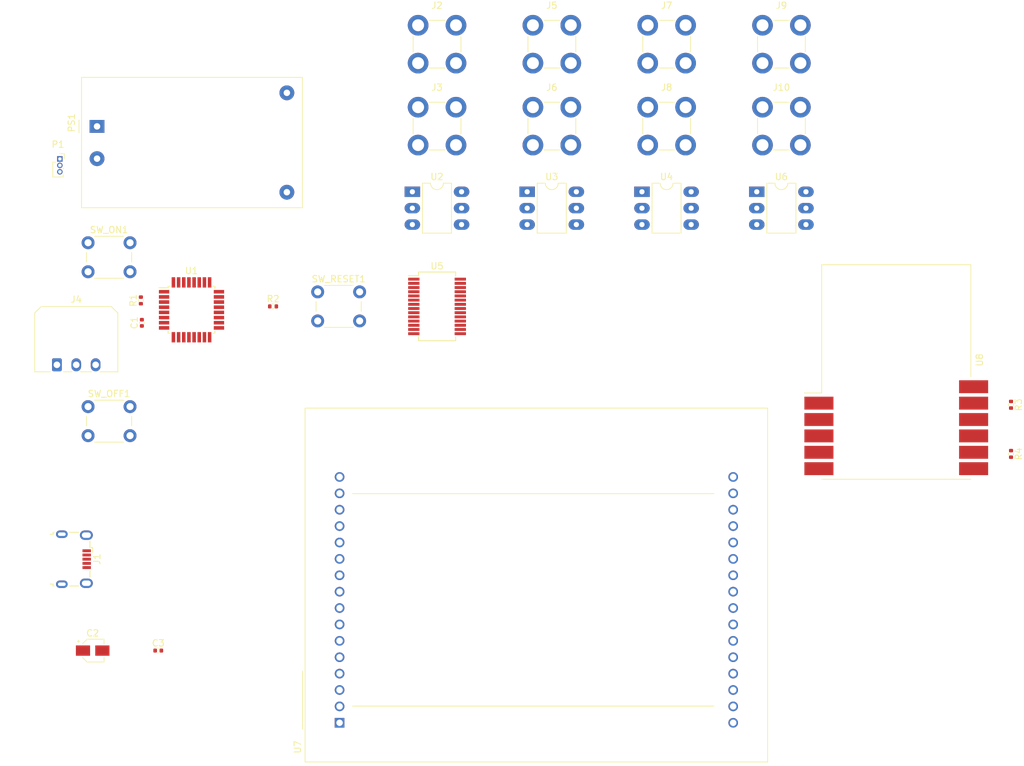
<source format=kicad_pcb>
(kicad_pcb (version 20211014) (generator pcbnew)
  (layers (0 "F.Cu" signal) (31 "B.Cu" power) (34 "B.Paste" user) (35 "F.Paste" user) (36 "B.SilkS" user "B.Silkscreen") (37 "F.SilkS" user "F.Silkscreen") (38 "B.Mask" user) (39 "F.Mask" user) (44 "Edge.Cuts" user))
  (net 0 "")
  (net 1 "Net-(C1-Pad1)")
  (net 2 "GND")
  (net 3 "Net-(C2-Pad1)")
  (net 4 "Net-(J1-Pad2)")
  (net 5 "Net-(J1-Pad3)")
  (net 7 "Net-(J5-Pad1)")
  (net 8 "Net-(J3-Pad1)")
  (net 9 "5VDC")
  (net 10 "Net-(J4-Pad2)")
  (net 11 "Net-(J6-Pad1)")
  (net 12 "Net-(J8-Pad1)")
  (net 13 "Net-(J10-Pad1)")
  (net 14 "Net-(P1-Pad1)")
  (net 15 "Net-(P1-Pad3)")
  (net 16 "Net-(R1-Pad2)")
  (net 17 "Net-(R2-Pad1)")
  (net 18 "3V3DC")
  (net 19 "Net-(SW_OFF1-Pad2)")
  (net 20 "Net-(SW_ON1-Pad2)")
  (net 27 "Net-(U5-Pad1)")
  (net 28 "Net-(U5-Pad5)")
  (net 29 "Net-(U2-Pad1)")
  (net 30 "Net-(U3-Pad1)")
  (net 31 "Net-(U4-Pad1)")
  (net 32 "Net-(U6-Pad1)")
  (net 33 "Net-(U7-Pad10)")
  (net 34 "Net-(U7-Pad11)")
  (net 35 "Net-(U8-Pad4)")
  (net 36 "Net-(U8-Pad5)")
  (footprint "Package_DIP:DIP-6_W7.62mm_LongPads" (layer "F.Cu") (at 128.255 48.275)
    (fp_text reference "U3" (at 3.81 -2.33) (layer "F.SilkS"))
    (fp_text value "MOC3010M")
    (fp_line (start 1.56 -1.33) (end 1.56 6.41) (layer "F.SilkS") (width 0.12))
    (fp_line (start 6.06 -1.33) (end 4.81 -1.33) (layer "F.SilkS") (width 0.12))
    (fp_line (start 6.06 6.41) (end 6.06 -1.33) (layer "F.SilkS") (width 0.12))
    (fp_line (start 2.81 -1.33) (end 1.56 -1.33) (layer "F.SilkS") (width 0.12))
    (fp_line (start 1.56 6.41) (end 6.06 6.41) (layer "F.SilkS") (width 0.12))
    (fp_arc (start 4.81 -1.33) (mid 3.81 -0.33) (end 2.81 -1.33) (layer "F.SilkS") (width 0.12))
    (pad "1" thru_hole rect (at 0 0) (size 2.4 1.6) (drill 0.8) (layers *.Cu *.Mask) (net 30 "Net-(U3-Pad1)"))
    (pad "2" thru_hole oval (at 0 2.54) (size 2.4 1.6) (drill 0.8) (layers *.Cu *.Mask) (net 2 "GND"))
    (pad "3" thru_hole oval (at 0 5.08) (size 2.4 1.6) (drill 0.8) (layers *.Cu *.Mask))
    (pad "4" thru_hole oval (at 7.62 5.08) (size 2.4 1.6) (drill 0.8) (layers *.Cu *.Mask) (net 14 "Net-(P1-Pad1)"))
    (pad "5" thru_hole oval (at 7.62 2.54) (size 2.4 1.6) (drill 0.8) (layers *.Cu *.Mask))
    (pad "6" thru_hole oval (at 7.62 0) (size 2.4 1.6) (drill 0.8) (layers *.Cu *.Mask) (net 11 "Net-(J6-Pad1)"))
  )
  (footprint "TerminalBlock_Wuerth:Wuerth_REDCUBE-THR_WP-THRBU_74650073_THR" (layer "F.Cu") (at 149.86 38.1)
    (fp_text reference "J8" (at 0 -6) (layer "F.SilkS"))
    (fp_text value "Screw_Terminal_01x01")
    (fp_line (start 1.2 3.7) (end -1.2 3.7) (layer "F.SilkS") (width 0.12))
    (fp_line (start -3.7 1.2) (end -3.7 -1.2) (layer "F.SilkS") (width 0.12))
    (fp_line (start -1.2 -3.7) (end 1.2 -3.7) (layer "F.SilkS") (width 0.12))
    (fp_line (start 3.7 -1.2) (end 3.7 1.2) (layer "F.SilkS") (width 0.12))
    (pad "" np_thru_hole circle (at 0 0) (size 3.2 3.2) (drill 3.2) (layers *.Cu *.Mask))
    (pad "1" thru_hole circle (at -2.935 2.935) (size 3.2 3.2) (drill 1.85) (layers *.Cu *.Mask) (net 12 "Net-(J8-Pad1)"))
    (pad "1" thru_hole circle (at -2.935 -2.935) (size 3.2 3.2) (drill 1.85) (layers *.Cu *.Mask) (net 12 "Net-(J8-Pad1)"))
    (pad "1" thru_hole circle (at 2.935 -2.935) (size 3.2 3.2) (drill 1.85) (layers *.Cu *.Mask) (net 12 "Net-(J8-Pad1)"))
    (pad "1" thru_hole circle (at 2.935 2.935) (size 3.2 3.2) (drill 1.85) (layers *.Cu *.Mask) (net 12 "Net-(J8-Pad1)"))
  )
  (footprint "Button_Switch_THT:SW_PUSH_6mm_H4.3mm" (layer "F.Cu") (at 60.25 56.17)
    (fp_text reference "SW_ON1" (at 3.25 -2) (layer "F.SilkS"))
    (fp_text value "SW_Push")
    (fp_line (start -0.25 1.5) (end -0.25 3) (layer "F.SilkS") (width 0.12))
    (fp_line (start 6.75 3) (end 6.75 1.5) (layer "F.SilkS") (width 0.12))
    (fp_line (start 1 5.5) (end 5.5 5.5) (layer "F.SilkS") (width 0.12))
    (fp_line (start 5.5 -1) (end 1 -1) (layer "F.SilkS") (width 0.12))
    (pad "1" thru_hole circle (at 0 0 90) (size 2 2) (drill 1.1) (layers *.Cu *.Mask) (net 9 "5VDC"))
    (pad "1" thru_hole circle (at 6.5 0 90) (size 2 2) (drill 1.1) (layers *.Cu *.Mask) (net 9 "5VDC"))
    (pad "2" thru_hole circle (at 0 4.5 90) (size 2 2) (drill 1.1) (layers *.Cu *.Mask) (net 20 "Net-(SW_ON1-Pad2)"))
    (pad "2" thru_hole circle (at 6.5 4.5 90) (size 2 2) (drill 1.1) (layers *.Cu *.Mask) (net 20 "Net-(SW_ON1-Pad2)"))
  )
  (footprint "Connector_USB:USB_Micro-B_Wuerth_629105150521" (layer "F.Cu") (at 58.135 105.215 -90)
    (fp_text reference "J1" (at 0 -3.5 90) (layer "F.SilkS"))
    (fp_text value "USB_B_Micro")
    (fp_line (start -1.8 -2.4) (end -2.8 -2.4) (layer "F.SilkS") (width 0.15))
    (fp_line (start -4.15 3.3) (end -3.85 3.3) (layer "F.SilkS") (width 0.15))
    (fp_line (start 1.8 -2.4) (end 2.8 -2.4) (layer "F.SilkS") (width 0.15))
    (fp_line (start -1.8 -2.825) (end -1.8 -2.4) (layer "F.SilkS") (width 0.15))
    (fp_line (start -3.85 3.3) (end -3.85 3.75) (layer "F.SilkS") (width 0.15))
    (fp_line (start 4.15 0.75) (end 4.15 -0.65) (layer "F.SilkS") (width 0.15))
    (fp_line (start -4.15 3.15) (end -4.15 3.3) (layer "F.SilkS") (width 0.15))
    (fp_line (start 4.15 3.3) (end 4.15 3.15) (layer "F.SilkS") (width 0.15))
    (fp_line (start 3.85 3.75) (end 3.85 3.3) (layer "F.SilkS") (width 0.15))
    (fp_line (start -4.15 -0.65) (end -4.15 0.75) (layer "F.SilkS") (width 0.15))
    (fp_line (start -1.075 -2.825) (end -1.8 -2.825) (layer "F.SilkS") (width 0.15))
    (fp_line (start 3.85 3.3) (end 4.15 3.3) (layer "F.SilkS") (width 0.15))
    (pad "" np_thru_hole oval (at 2.5 -0.8 270) (size 0.8 0.8) (drill 0.8) (layers *.Cu *.Mask))
    (pad "" np_thru_hole oval (at -2.5 -0.8 270) (size 0.8 0.8) (drill 0.8) (layers *.Cu *.Mask))
    (pad "1" smd rect (at -1.3 -1.9 270) (size 0.45 1.3) (layers "F.Cu" "F.Paste" "F.Mask") (net 3 "Net-(C2-Pad1)"))
    (pad "2" smd rect (at -0.65 -1.9 270) (size 0.45 1.3) (layers "F.Cu" "F.Paste" "F.Mask") (net 4 "Net-(J1-Pad2)"))
    (pad "3" smd rect (at 0 -1.9 270) (size 0.45 1.3) (layers "F.Cu" "F.Paste" "F.Mask") (net 5 "Net-(J1-Pad3)"))
    (pad "4" smd rect (at 0.65 -1.9 270) (size 0.45 1.3) (layers "F.Cu" "F.Paste" "F.Mask"))
    (pad "5" smd rect (at 1.3 -1.9 270) (size 0.45 1.3) (layers "F.Cu" "F.Paste" "F.Mask") (net 2 "GND"))
    (pad "6" thru_hole oval (at -3.875 1.95 270) (size 1.15 1.8) (drill oval 0.55 1.2) (layers *.Cu *.Mask) (net 2 "GND"))
    (pad "6" thru_hole oval (at -3.725 -1.85 270) (size 1.45 2) (drill oval 0.85 1.4) (layers *.Cu *.Mask) (net 2 "GND"))
    (pad "6" thru_hole oval (at 3.725 -1.85 270) (size 1.45 2) (drill oval 0.85 1.4) (layers *.Cu *.Mask) (net 2 "GND"))
    (pad "6" thru_hole oval (at 3.875 1.95 270) (size 1.15 1.8) (drill oval 0.55 1.2) (layers *.Cu *.Mask) (net 2 "GND"))
  )
  (footprint "Button_Switch_THT:SW_PUSH_6mm_H4.3mm" (layer "F.Cu") (at 95.81 63.79)
    (fp_text reference "SW_RESET1" (at 3.25 -2) (layer "F.SilkS"))
    (fp_text value "SW_Push")
    (fp_line (start -0.25 1.5) (end -0.25 3) (layer "F.SilkS") (width 0.12))
    (fp_line (start 6.75 3) (end 6.75 1.5) (layer "F.SilkS") (width 0.12))
    (fp_line (start 1 5.5) (end 5.5 5.5) (layer "F.SilkS") (width 0.12))
    (fp_line (start 5.5 -1) (end 1 -1) (layer "F.SilkS") (width 0.12))
    (pad "1" thru_hole circle (at 0 0 90) (size 2 2) (drill 1.1) (layers *.Cu *.Mask) (net 17 "Net-(R2-Pad1)"))
    (pad "1" thru_hole circle (at 6.5 0 90) (size 2 2) (drill 1.1) (layers *.Cu *.Mask) (net 17 "Net-(R2-Pad1)"))
    (pad "2" thru_hole circle (at 6.5 4.5 90) (size 2 2) (drill 1.1) (layers *.Cu *.Mask) (net 2 "GND"))
    (pad "2" thru_hole circle (at 0 4.5 90) (size 2 2) (drill 1.1) (layers *.Cu *.Mask) (net 2 "GND"))
  )
  (footprint "Converter_ACDC:Converter_ACDC_HiLink_HLK-PMxx" (layer "F.Cu") (at 61.6375 38.14)
    (fp_text reference "PS1" (at -3.94 -0.55 90) (layer "F.SilkS"))
    (fp_text value "HLK-PM01")
    (fp_line (start 31.8 -7.6) (end -2.4 -7.6) (layer "F.SilkS") (width 0.12))
    (fp_line (start 31.8 12.6) (end 31.8 -7.6) (layer "F.SilkS") (width 0.12))
    (fp_line (start -2.4 -7.6) (end -2.4 12.6) (layer "F.SilkS") (width 0.12))
    (fp_line (start -2.4 12.6) (end 31.8 12.6) (layer "F.SilkS") (width 0.12))
    (fp_line (start -2.79 -1) (end -2.79 1.01) (layer "F.SilkS") (width 0.12))
    (pad "1" thru_hole rect (at 0 0) (size 2.3 2) (drill 1) (layers *.Cu *.Mask) (net 14 "Net-(P1-Pad1)"))
    (pad "2" thru_hole circle (at 0 5) (size 2.3 2.3) (drill 1) (layers *.Cu *.Mask) (net 7 "Net-(J5-Pad1)"))
    (pad "3" thru_hole circle (at 29.4 -5.2) (size 2.3 2.3) (drill 1) (layers *.Cu *.Mask) (net 15 "Net-(P1-Pad3)"))
    (pad "4" thru_hole circle (at 29.4 10.2) (size 2.3 2.3) (drill 1) (layers *.Cu *.Mask) (net 9 "5VDC"))
  )
  (footprint "Resistor_SMD:R_0402_1005Metric" (layer "F.Cu") (at 88.9 66.04)
    (fp_text reference "R2" (at 0 -1.17) (layer "F.SilkS"))
    (fp_text value "1k")
    (fp_line (start -0.153641 0.38) (end 0.153641 0.38) (layer "F.SilkS") (width 0.12))
    (fp_line (start -0.153641 -0.38) (end 0.153641 -0.38) (layer "F.SilkS") (width 0.12))
    (pad "1" smd roundrect (at -0.51 0) (size 0.54 0.64) (layers "F.Cu" "F.Paste" "F.Mask") (net 17 "Net-(R2-Pad1)"))
    (pad "2" smd roundrect (at 0.51 0) (size 0.54 0.64) (layers "F.Cu" "F.Paste" "F.Mask") (net 9 "5VDC"))
  )
  (footprint "Capacitor_SMD:C_0402_1005Metric" (layer "F.Cu") (at 71.12 119.38)
    (fp_text reference "C3" (at 0 -1.16) (layer "F.SilkS"))
    (fp_text value "0.1u")
    (fp_line (start -0.107836 -0.36) (end 0.107836 -0.36) (layer "F.SilkS") (width 0.12))
    (fp_line (start -0.107836 0.36) (end 0.107836 0.36) (layer "F.SilkS") (width 0.12))
    (pad "1" smd roundrect (at -0.48 0) (size 0.56 0.62) (layers "F.Cu" "F.Paste" "F.Mask") (net 3 "Net-(C2-Pad1)"))
    (pad "2" smd roundrect (at 0.48 0) (size 0.56 0.62) (layers "F.Cu" "F.Paste" "F.Mask") (net 2 "GND"))
  )
  (footprint "Capacitor_SMD:C_0402_1005Metric" (layer "F.Cu") (at 68.58 68.58 90)
    (fp_text reference "C1" (at 0 -1.16 90) (layer "F.SilkS"))
    (fp_text value "0.1u")
    (fp_line (start -0.107836 0.36) (end 0.107836 0.36) (layer "F.SilkS") (width 0.12))
    (fp_line (start -0.107836 -0.36) (end 0.107836 -0.36) (layer "F.SilkS") (width 0.12))
    (pad "1" smd roundrect (at -0.48 0 90) (size 0.56 0.62) (layers "F.Cu" "F.Paste" "F.Mask") (net 1 "Net-(C1-Pad1)"))
    (pad "2" smd roundrect (at 0.48 0 90) (size 0.56 0.62) (layers "F.Cu" "F.Paste" "F.Mask") (net 2 "GND"))
  )
  (footprint "Display:EA-eDIP128B-XXX" (layer "F.Cu") (at 99.2025 130.57 90)
    (fp_text reference "U7" (at -3.75 -6.5 90) (layer "F.SilkS"))
    (fp_text value "EA_eDIP128B-6LWTP")
    (fp_line (start -6.07 -5.34) (end 48.77 -5.34) (layer "F.SilkS") (width 0.12))
    (fp_line (start -6.07 66.3) (end -6.07 -5.34) (layer "F.SilkS") (width 0.12))
    (fp_line (start 2.58 58) (end 2.58 2) (layer "F.SilkS") (width 0.12))
    (fp_line (start -1 -5.72) (end 8 -5.72) (layer "F.SilkS") (width 0.12))
    (fp_line (start 48.77 -5.34) (end 48.77 66.3) (layer "F.SilkS") (width 0.12))
    (fp_line (start 48.77 66.3) (end -6.07 66.3) (layer "F.SilkS") (width 0.12))
    (fp_line (start 35.52 2) (end 35.52 58) (layer "F.SilkS") (width 0.12))
    (pad "1" thru_hole rect (at 0 0 90) (size 1.5 1.5) (drill 1) (layers *.Cu *.Mask) (net 2 "GND"))
    (pad "2" thru_hole circle (at 2.54 0 90) (size 1.5 1.5) (drill 1) (layers *.Cu *.Mask) (net 9 "5VDC"))
    (pad "3" thru_hole circle (at 5.08 0 90) (size 1.5 1.5) (drill 1) (layers *.Cu *.Mask))
    (pad "4" thru_hole circle (at 7.62 0 90) (size 1.5 1.5) (drill 1) (layers *.Cu *.Mask))
    (pad "5" thru_hole circle (at 10.16 0 90) (size 1.5 1.5) (drill 1) (layers *.Cu *.Mask) (net 17 "Net-(R2-Pad1)"))
    (pad "6" thru_hole circle (at 12.7 0 90) (size 1.5 1.5) (drill 1) (layers *.Cu *.Mask))
    (pad "7" thru_hole circle (at 15.24 0 90) (size 1.5 1.5) (drill 1) (layers *.Cu *.Mask))
    (pad "8" thru_hole circle (at 17.78 0 90) (size 1.5 1.5) (drill 1) (layers *.Cu *.Mask))
    (pad "9" thru_hole circle (at 20.32 0 90) (size 1.5 1.5) (drill 1) (layers *.Cu *.Mask))
    (pad "10" thru_hole circle (at 22.86 0 90) (size 1.5 1.5) (drill 1) (layers *.Cu *.Mask) (net 33 "Net-(U7-Pad10)"))
    (pad "11" thru_hole circle (at 25.4 0 90) (size 1.5 1.5) (drill 1) (layers *.Cu *.Mask) (net 34 "Net-(U7-Pad11)"))
    (pad "12" thru_hole circle (at 27.94 0 90) (size 1.5 1.5) (drill 1) (layers *.Cu *.Mask))
    (pad "13" thru_hole circle (at 30.48 0 90) (size 1.5 1.5) (drill 1) (layers *.Cu *.Mask))
    (pad "14" thru_hole circle (at 33.02 0 90) (size 1.5 1.5) (drill 1) (layers *.Cu *.Mask))
    (pad "15" thru_hole circle (at 35.56 0 90) (size 1.5 1.5) (drill 1) (layers *.Cu *.Mask))
    (pad "16" thru_hole circle (at 38.1 0 90) (size 1.5 1.5) (drill 1) (layers *.Cu *.Mask))
    (pad "17" thru_hole circle (at 38.1 60.96 90) (size 1.5 1.5) (drill 1) (layers *.Cu *.Mask))
    (pad "18" thru_hole circle (at 35.56 60.96 90) (size 1.5 1.5) (drill 1) (layers *.Cu *.Mask))
    (pad "19" thru_hole circle (at 33.02 60.96 90) (size 1.5 1.5) (drill 1) (layers *.Cu *.Mask))
    (pad "20" thru_hole circle (at 30.48 60.96 90) (size 1.5 1.5) (drill 1) (layers *.Cu *.Mask))
    (pad "21" thru_hole circle (at 27.94 60.96 90) (size 1.5 1.5) (drill 1) (layers *.Cu *.Mask) (net 2 "GND"))
    (pad "22" thru_hole circle (at 25.4 60.96 90) (size 1.5 1.5) (drill 1) (layers *.Cu *.Mask) (net 9 "5VDC"))
    (pad "23" thru_hole circle (at 22.86 60.96 90) (size 1.5 1.5) (drill 1) (layers *.Cu *.Mask))
    (pad "24" thru_hole circle (at 20.32 60.96 90) (size 1.5 1.5) (drill 1) (layers *.Cu *.Mask))
    (pad "25" thru_hole circle (at 17.78 60.96 90) (size 1.5 1.5) (drill 1) (layers *.Cu *.Mask))
    (pad "26" thru_hole circle (at 15.24 60.96 90) (size 1.5 1.5) (drill 1) (layers *.Cu *.Mask))
    (pad "27" thru_hole circle (at 12.7 60.96 90) (size 1.5 1.5) (drill 1) (layers *.Cu *.Mask))
    (pad "28" thru_hole circle (at 10.16 60.96 90) (size 1.5 1.5) (drill 1) (layers *.Cu *.Mask))
    (pad "29" thru_hole circle (at 7.62 60.96 90) (size 1.5 1.5) (drill 1) (layers *.Cu *.Mask))
    (pad "30" thru_hole circle (at 5.08 60.96 90) (size 1.5 1.5) (drill 1) (layers *.Cu *.Mask))
    (pad "31" thru_hole circle (at 2.54 60.96 90) (size 1.5 1.5) (drill 1) (layers *.Cu *.Mask))
    (pad "32" thru_hole circle (at 0 60.96 90) (size 1.5 1.5) (drill 1) (layers *.Cu *.Mask))
  )
  (footprint "Package_DIP:DIP-6_W7.62mm_LongPads" (layer "F.Cu") (at 110.475 48.275)
    (fp_text reference "U2" (at 3.81 -2.33) (layer "F.SilkS"))
    (fp_text value "MOC3010M")
    (fp_line (start 2.81 -1.33) (end 1.56 -1.33) (layer "F.SilkS") (width 0.12))
    (fp_line (start 1.56 -1.33) (end 1.56 6.41) (layer "F.SilkS") (width 0.12))
    (fp_line (start 1.56 6.41) (end 6.06 6.41) (layer "F.SilkS") (width 0.12))
    (fp_line (start 6.06 -1.33) (end 4.81 -1.33) (layer "F.SilkS") (width 0.12))
    (fp_line (start 6.06 6.41) (end 6.06 -1.33) (layer "F.SilkS") (width 0.12))
    (fp_arc (start 4.81 -1.33) (mid 3.81 -0.33) (end 2.81 -1.33) (layer "F.SilkS") (width 0.12))
    (pad "1" thru_hole rect (at 0 0) (size 2.4 1.6) (drill 0.8) (layers *.Cu *.Mask) (net 29 "Net-(U2-Pad1)"))
    (pad "2" thru_hole oval (at 0 2.54) (size 2.4 1.6) (drill 0.8) (layers *.Cu *.Mask) (net 2 "GND"))
    (pad "3" thru_hole oval (at 0 5.08) (size 2.4 1.6) (drill 0.8) (layers *.Cu *.Mask))
    (pad "4" thru_hole oval (at 7.62 5.08) (size 2.4 1.6) (drill 0.8) (layers *.Cu *.Mask) (net 14 "Net-(P1-Pad1)"))
    (pad "5" thru_hole oval (at 7.62 2.54) (size 2.4 1.6) (drill 0.8) (layers *.Cu *.Mask))
    (pad "6" thru_hole oval (at 7.62 0) (size 2.4 1.6) (drill 0.8) (layers *.Cu *.Mask) (net 8 "Net-(J3-Pad1)"))
  )
  (footprint "Package_DIP:DIP-6_W7.62mm_LongPads" (layer "F.Cu") (at 146.035 48.275)
    (fp_text reference "U4" (at 3.81 -2.33) (layer "F.SilkS"))
    (fp_text value "MOC3010M")
    (fp_line (start 6.06 -1.33) (end 4.81 -1.33) (layer "F.SilkS") (width 0.12))
    (fp_line (start 1.56 6.41) (end 6.06 6.41) (layer "F.SilkS") (width 0.12))
    (fp_line (start 2.81 -1.33) (end 1.56 -1.33) (layer "F.SilkS") (width 0.12))
    (fp_line (start 6.06 6.41) (end 6.06 -1.33) (layer "F.SilkS") (width 0.12))
    (fp_line (start 1.56 -1.33) (end 1.56 6.41) (layer "F.SilkS") (width 0.12))
    (fp_arc (start 4.81 -1.33) (mid 3.81 -0.33) (end 2.81 -1.33) (layer "F.SilkS") (width 0.12))
    (pad "1" thru_hole rect (at 0 0) (size 2.4 1.6) (drill 0.8) (layers *.Cu *.Mask) (net 31 "Net-(U4-Pad1)"))
    (pad "2" thru_hole oval (at 0 2.54) (size 2.4 1.6) (drill 0.8) (layers *.Cu *.Mask) (net 2 "GND"))
    (pad "3" thru_hole oval (at 0 5.08) (size 2.4 1.6) (drill 0.8) (layers *.Cu *.Mask))
    (pad "4" thru_hole oval (at 7.62 5.08) (size 2.4 1.6) (drill 0.8) (layers *.Cu *.Mask) (net 14 "Net-(P1-Pad1)"))
    (pad "5" thru_hole oval (at 7.62 2.54) (size 2.4 1.6) (drill 0.8) (layers *.Cu *.Mask))
    (pad "6" thru_hole oval (at 7.62 0) (size 2.4 1.6) (drill 0.8) (layers *.Cu *.Mask) (net 12 "Net-(J8-Pad1)"))
  )
  (footprint "Package_SO:SSOP-28_5.3x10.2mm_P0.65mm" (layer "F.Cu") (at 114.3 66.04)
    (fp_text reference "U5" (at 0 -6.25) (layer "F.SilkS"))
    (fp_text value "FT232RL")
    (fp_line (start -2.875 -5.325) (end -2.875 -4.75) (layer "F.SilkS") (width 0.15))
    (fp_line (start -2.875 -4.75) (end -4.475 -4.75) (layer "F.SilkS") (width 0.15))
    (fp_line (start -2.875 5.325) (end 2.875 5.325) (layer "F.SilkS") (width 0.15))
    (fp_line (start 2.875 5.325) (end 2.875 4.675) (layer "F.SilkS") (width 0.15))
    (fp_line (start -2.875 5.325) (end -2.875 4.675) (layer "F.SilkS") (width 0.15))
    (fp_line (start -2.875 -5.325) (end 2.875 -5.325) (layer "F.SilkS") (width 0.15))
    (fp_line (start 2.875 -5.325) (end 2.875 -4.675) (layer "F.SilkS") (width 0.15))
    (pad "1" smd rect (at -3.6 -4.225) (size 1.75 0.45) (layers "F.Cu" "F.Paste" "F.Mask") (net 27 "Net-(U5-Pad1)"))
    (pad "2" smd rect (at -3.6 -3.575) (size 1.75 0.45) (layers "F.Cu" "F.Paste" "F.Mask"))
    (pad "3" smd rect (at -3.6 -2.925) (size 1.75 0.45) (layers "F.Cu" "F.Paste" "F.Mask"))
    (pad "4" smd rect (at -3.6 -2.275) (size 1.75 0.45) (layers "F.Cu" "F.Paste" "F.Mask") (net 9 "5VDC"))
    (pad "5" smd rect (at -3.6 -1.625) (size 1.75 0.45) (layers "F.Cu" "F.Paste" "F.Mask") (net 28 "Net-(U5-Pad5)"))
    (pad "6" smd rect (at -3.6 -0.975) (size 1.75 0.45) (layers "F.Cu" "F.Paste" "F.Mask"))
    (pad "7" smd rect (at -3.6 -0.325) (size 1.75 0.45) (layers "F.Cu" "F.Paste" "F.Mask") (net 2 "GND"))
    (pad "8" smd rect (at -3.6 0.325) (size 1.75 0.45) (layers "F.Cu" "F.Paste" "F.Mask"))
    (pad "9" smd rect (at -3.6 0.975) (size 1.75 0.45) (layers "F.Cu" "F.Paste" "F.Mask"))
    (pad "10" smd rect (at -3.6 1.625) (size 1.75 0.45) (layers "F.Cu" "F.Paste" "F.Mask"))
    (pad "11" smd rect (at -3.6 2.275) (size 1.75 0.45) (layers "F.Cu" "F.Paste" "F.Mask"))
    (pad "12" smd rect (at -3.6 2.925) (size 1.75 0.45) (layers "F.Cu" "F.Paste" "F.Mask"))
    (pad "13" smd rect (at -3.6 3.575) (size 1.75 0.45) (layers "F.Cu" "F.Paste" "F.Mask"))
    (pad "14" smd rect (at -3.6 4.225) (size 1.75 0.45) (layers "F.Cu" "F.Paste" "F.Mask"))
    (pad "15" smd rect (at 3.6 4.225) (size 1.75 0.45) (layers "F.Cu" "F.Paste" "F.Mask") (net 5 "Net-(J1-Pad3)"))
    (pad "16" smd rect (at 3.6 3.575) (size 1.75 0.45) (layers "F.Cu" "F.Paste" "F.Mask") (net 4 "Net-(J1-Pad2)"))
    (pad "17" smd rect (at 3.6 2.925) (size 1.75 0.45) (layers "F.Cu" "F.Paste" "F.Mask"))
    (pad "18" smd rect (at 3.6 2.275) (size 1.75 0.45) (layers "F.Cu" "F.Paste" "F.Mask") (net 2 "GND"))
    (pad "19" smd rect (at 3.6 1.625) (size 1.75 0.45) (layers "F.Cu" "F.Paste" "F.Mask") (net 17 "Net-(R2-Pad1)"))
    (pad "20" smd rect (at 3.6 0.975) (size 1.75 0.45) (layers "F.Cu" "F.Paste" "F.Mask") (net 9 "5VDC"))
    (pad "21" smd rect (at 3.6 0.325) (size 1.75 0.45) (layers "F.Cu" "F.Paste" "F.Mask") (net 2 "GND"))
    (pad "22" smd rect (at 3.6 -0.325) (size 1.75 0.45) (layers "F.Cu" "F.Paste" "F.Mask"))
    (pad "23" smd rect (at 3.6 -0.975) (size 1.75 0.45) (layers "F.Cu" "F.Paste" "F.Mask"))
    (pad "24" smd rect (at 3.6 -1.625) (size 1.75 0.45) (layers "F.Cu" "F.Paste" "F.Mask"))
    (pad "25" smd rect (at 3.6 -2.275) (size 1.75 0.45) (layers "F.Cu" "F.Paste" "F.Mask") (net 2 "GND"))
    (pad "26" smd rect (at 3.6 -2.925) (size 1.75 0.45) (layers "F.Cu" "F.Paste" "F.Mask"))
    (pad "27" smd rect (at 3.6 -3.575) (size 1.75 0.45) (layers "F.Cu" "F.Paste" "F.Mask"))
    (pad "28" smd rect (at 3.6 -4.225) (size 1.75 0.45) (layers "F.Cu" "F.Paste" "F.Mask"))
  )
  (footprint "TerminalBlock_Wuerth:Wuerth_REDCUBE-THR_WP-THRBU_74650073_THR" (layer "F.Cu") (at 114.3 38.1)
    (fp_text reference "J3" (at 0 -6) (layer "F.SilkS"))
    (fp_text value "Screw_Terminal_01x01")
    (fp_line (start -1.2 -3.7) (end 1.2 -3.7) (layer "F.SilkS") (width 0.12))
    (fp_line (start -3.7 1.2) (end -3.7 -1.2) (layer "F.SilkS") (width 0.12))
    (fp_line (start 3.7 -1.2) (end 3.7 1.2) (layer "F.SilkS") (width 0.12))
    (fp_line (start 1.2 3.7) (end -1.2 3.7) (layer "F.SilkS") (width 0.12))
    (pad "" np_thru_hole circle (at 0 0) (size 3.2 3.2) (drill 3.2) (layers *.Cu *.Mask))
    (pad "1" thru_hole circle (at -2.935 2.935) (size 3.2 3.2) (drill 1.85) (layers *.Cu *.Mask) (net 8 "Net-(J3-Pad1)"))
    (pad "1" thru_hole circle (at 2.935 2.935) (size 3.2 3.2) (drill 1.85) (layers *.Cu *.Mask) (net 8 "Net-(J3-Pad1)"))
    (pad "1" thru_hole circle (at 2.935 -2.935) (size 3.2 3.2) (drill 1.85) (layers *.Cu *.Mask) (net 8 "Net-(J3-Pad1)"))
    (pad "1" thru_hole circle (at -2.935 -2.935) (size 3.2 3.2) (drill 1.85) (layers *.Cu *.Mask) (net 8 "Net-(J3-Pad1)"))
  )
  (footprint "Button_Switch_THT:SW_PUSH_6mm_H4.3mm" (layer "F.Cu") (at 60.25 81.57)
    (fp_text reference "SW_OFF1" (at 3.25 -2) (layer "F.SilkS"))
    (fp_text value "SW_Push")
    (fp_line (start -0.25 1.5) (end -0.25 3) (layer "F.SilkS") (width 0.12))
    (fp_line (start 6.75 3) (end 6.75 1.5) (layer "F.SilkS") (width 0.12))
    (fp_line (start 5.5 -1) (end 1 -1) (layer "F.SilkS") (width 0.12))
    (fp_line (start 1 5.5) (end 5.5 5.5) (layer "F.SilkS") (width 0.12))
    (pad "1" thru_hole circle (at 6.5 0 90) (size 2 2) (drill 1.1) (layers *.Cu *.Mask) (net 9 "5VDC"))
    (pad "1" thru_hole circle (at 0 0 90) (size 2 2) (drill 1.1) (layers *.Cu *.Mask) (net 9 "5VDC"))
    (pad "2" thru_hole circle (at 0 4.5 90) (size 2 2) (drill 1.1) (layers *.Cu *.Mask) (net 19 "Net-(SW_OFF1-Pad2)"))
    (pad "2" thru_hole circle (at 6.5 4.5 90) (size 2 2) (drill 1.1) (layers *.Cu *.Mask) (net 19 "Net-(SW_OFF1-Pad2)"))
  )
  (footprint "Connector_PinSocket_1.00mm:PinSocket_1x03_P1.00mm_Vertical" (layer "F.Cu") (at 55.88 43.18)
    (fp_text reference "P1" (at -0.29 -2.25) (layer "F.SilkS"))
    (fp_text value "IEC C13 Female socket")
    (fp_line (start 0.52 1.445898) (end 0.52 1.554102) (layer "F.SilkS") (width 0.12))
    (fp_line (start 0.52 2.445898) (end 0.52 2.81) (layer "F.SilkS") (width 0.12))
    (fp_line (start -1.1 0.5) (end -1.1 2.81) (layer "F.SilkS") (width 0.12))
    (fp_line (start -1.1 0.5) (end -0.685 0.5) (layer "F.SilkS") (width 0.12))
    (fp_line (start 0.685 -0.81) (end 0.685 0) (layer "F.SilkS") (width 0.12))
    (fp_line (start 0 -0.81) (end 0.685 -0.81) (layer "F.SilkS") (width 0.12))
    (fp_line (start -1.1 2.81) (end 0.52 2.81) (layer "F.SilkS") (width 0.12))
    (pad "1" thru_hole rect (at 0 0) (size 0.85 0.85) (drill 0.5) (layers *.Cu *.Mask) (net 14 "Net-(P1-Pad1)"))
    (pad "2" thru_hole oval (at 0 1) (size 0.85 0.85) (drill 0.5) (layers *.Cu *.Mask) (net 7 "Net-(J5-Pad1)"))
    (pad "3" thru_hole oval (at 0 2) (size 0.85 0.85) (drill 0.5) (layers *.Cu *.Mask) (net 15 "Net-(P1-Pad3)"))
  )
  (footprint "RF_Module:MOD-nRF8001" (layer "F.Cu") (at 185.42 76.2)
    (fp_text reference "U8" (at 12.9 -1.86 90) (layer "F.SilkS"))
    (fp_text value "MOD-nRF8001")
    (fp_line (start 11.55 -16.626) (end 11.55 0.72) (layer "F.SilkS") (width 0.12))
    (fp_line (start 11.55 16.634) (end -11.55 16.634) (layer "F.SilkS") (width 0.12))
    (fp_line (start -11.55 3.26) (end -11.55 -16.626) (layer "F.SilkS") (width 0.12))
    (fp_line (start -11.55 3.26) (end -14.23 3.26) (layer "F.SilkS") (width 0.12))
    (fp_line (start -11.55 -16.626) (end 11.55 -16.626) (layer "F.SilkS") (width 0.12))
    (pad "1" smd rect (at -11.98 4.83 270) (size 2 4.5) (layers "F.Cu" "F.Paste" "F.Mask") (net 18 "3V3DC"))
    (pad "2" smd rect (at -11.98 7.37 270) (size 2 4.5) (layers "F.Cu" "F.Paste" "F.Mask") (net 2 "GND"))
    (pad "3" smd rect (at -11.98 9.91 270) (size 2 4.5) (layers "F.Cu" "F.Paste" "F.Mask") (net 17 "Net-(R2-Pad1)"))
    (pad "4" smd rect (at -11.98 12.45 270) (size 2 4.5) (layers "F.Cu" "F.Paste" "F.Mask") (net 35 "Net-(U8-Pad4)"))
    (pad "5" smd rect (at -11.98 14.99 270) (size 2 4.5) (layers "F.Cu" "F.Paste" "F.Mask") (net 36 "Net-(U8-Pad5)"))
    (pad "6" smd rect (at 11.98 14.99 270) (size 2 4.5) (layers "F.Cu" "F.Paste" "F.Mask"))
    (pad "7" smd rect (at 11.98 12.45 270) (size 2 4.5) (layers "F.Cu" "F.Paste" "F.Mask"))
    (pad "8" smd rect (at 11.98 9.91 270) (size 2 4.5) (layers "F.Cu" "F.Paste" "F.Mask"))
    (pad "9" smd rect (at 11.98 7.37 270) (size 2 4.5) (layers "F.Cu" "F.Paste" "F.Mask"))
    (pad "10" smd rect (at 11.98 4.83 270) (size 2 4.5) (layers "F.Cu" "F.Paste" "F.Mask"))
    (pad "11" smd rect (at 11.98 2.29 270) (size 2 4.5) (layers "F.Cu" "F.Paste" "F.Mask"))
  )
  (footprint "TerminalBlock_Wuerth:Wuerth_REDCUBE-THR_WP-THRBU_74650073_THR" (layer "F.Cu") (at 167.64 38.1)
    (fp_text reference "J10" (at 0 -6) (layer "F.SilkS"))
    (fp_text value "Screw_Terminal_01x01")
    (fp_line (start -1.2 -3.7) (end 1.2 -3.7) (layer "F.SilkS") (width 0.12))
    (fp_line (start 3.7 -1.2) (end 3.7 1.2) (layer "F.SilkS") (width 0.12))
    (fp_line (start -3.7 1.2) (end -3.7 -1.2) (layer "F.SilkS") (width 0.12))
    (fp_line (start 1.2 3.7) (end -1.2 3.7) (layer "F.SilkS") (width 0.12))
    (pad "" np_thru_hole circle (at 0 0) (size 3.2 3.2) (drill 3.2) (layers *.Cu *.Mask))
    (pad "1" thru_hole circle (at 2.935 2.935) (size 3.2 3.2) (drill 1.85) (layers *.Cu *.Mask) (net 13 "Net-(J10-Pad1)"))
    (pad "1" thru_hole circle (at 2.935 -2.935) (size 3.2 3.2) (drill 1.85) (layers *.Cu *.Mask) (net 13 "Net-(J10-Pad1)"))
    (pad "1" thru_hole circle (at -2.935 -2.935) (size 3.2 3.2) (drill 1.85) (layers *.Cu *.Mask) (net 13 "Net-(J10-Pad1)"))
    (pad "1" thru_hole circle (at -2.935 2.935) (size 3.2 3.2) (drill 1.85) (layers *.Cu *.Mask) (net 13 "Net-(J10-Pad1)"))
  )
  (footprint "TerminalBlock_Wuerth:Wuerth_REDCUBE-THR_WP-THRBU_74650073_THR" (layer "F.Cu") (at 149.86 25.4)
    (fp_text reference "J7" (at 0 -6) (layer "F.SilkS"))
    (fp_text value "electromagnet1")
    (fp_line (start 3.7 -1.2) (end 3.7 1.2) (layer "F.SilkS") (width 0.12))
    (fp_line (start -1.2 -3.7) (end 1.2 -3.7) (layer "F.SilkS") (width 0.12))
    (fp_line (start -3.7 1.2) (end -3.7 -1.2) (layer "F.SilkS") (width 0.12))
    (fp_line (start 1.2 3.7) (end -1.2 3.7) (layer "F.SilkS") (width 0.12))
    (pad "" np_thru_hole circle (at 0 0) (size 3.2 3.2) (drill 3.2) (layers *.Cu *.Mask))
    (pad "1" thru_hole circle (at 2.935 -2.935) (size 3.2 3.2) (drill 1.85) (layers *.Cu *.Mask) (net 7 "Net-(J5-Pad1)"))
    (pad "1" thru_hole circle (at 2.935 2.935) (size 3.2 3.2) (drill 1.85) (layers *.Cu *.Mask) (net 7 "Net-(J5-Pad1)"))
    (pad "1" thru_hole circle (at -2.935 -2.935) (size 3.2 3.2) (drill 1.85) (layers *.Cu *.Mask) (net 7 "Net-(J5-Pad1)"))
    (pad "1" thru_hole circle (at -2.935 2.935) (size 3.2 3.2) (drill 1.85) (layers *.Cu *.Mask) (net 7 "Net-(J5-Pad1)"))
  )
  (footprint "TerminalBlock_Wuerth:Wuerth_REDCUBE-THR_WP-THRBU_74650073_THR" (layer "F.Cu") (at 114.3 25.4)
    (fp_text reference "J2" (at 0 -6) (layer "F.SilkS"))
    (fp_text value "heater1")
    (fp_line (start 3.7 -1.2) (end 3.7 1.2) (layer "F.SilkS") (width 0.12))
    (fp_line (start -1.2 -3.7) (end 1.2 -3.7) (layer "F.SilkS") (width 0.12))
    (fp_line (start 1.2 3.7) (end -1.2 3.7) (layer "F.SilkS") (width 0.12))
    (fp_line (start -3.7 1.2) (end -3.7 -1.2) (layer "F.SilkS") (width 0.12))
    (pad "" np_thru_hole circle (at 0 0) (size 3.2 3.2) (drill 3.2) (layers *.Cu *.Mask))
    (pad "1" thru_hole circle (at -2.935 -2.935) (size 3.2 3.2) (drill 1.85) (layers *.Cu *.Mask) (net 7 "Net-(J5-Pad1)"))
    (pad "1" thru_hole circle (at 2.935 2.935) (size 3.2 3.2) (drill 1.85) (layers *.Cu *.Mask) (net 7 "Net-(J5-Pad1)"))
    (pad "1" thru_hole circle (at 2.935 -2.935) (size 3.2 3.2) (drill 1.85) (layers *.Cu *.Mask) (net 7 "Net-(J5-Pad1)"))
    (pad "1" thru_hole circle (at -2.935 2.935) (size 3.2 3.2) (drill 1.85) (layers *.Cu *.Mask) (net 7 "Net-(J5-Pad1)"))
  )
  (footprint "Capacitor_SMD:CP_Elec_3x5.3" (layer "F.Cu") (at 60.96 119.38)
    (fp_text reference "C2" (at 0 -2.7) (layer "F.SilkS"))
    (fp_text value "4.7u")
    (fp_line (start -0.870563 1.76) (end 1.76 1.76) (layer "F.SilkS") (width 0.12))
    (fp_line (start -1.570563 1.06) (end -0.870563 1.76) (layer "F.SilkS") (width 0.12))
    (fp_line (start -2.1875 -1.6225) (end -2.1875 -1.2475) (layer "F.SilkS") (width 0.12))
    (fp_line (start -2.375 -1.435) (end -2 -1.435) (layer "F.SilkS") (width 0.12))
    (fp_line (start 1.76 -1.76) (end 1.76 -1.06) (layer "F.SilkS") (width 0.12))
    (fp_line (start 1.76 1.76) (end 1.76 1.06) (layer "F.SilkS") (width 0.12))
    (fp_line (start -0.870563 -1.76) (end 1.76 -1.76) (layer "F.SilkS") (width 0.12))
    (fp_line (start -1.570563 -1.06) (end -0.870563 -1.76) (layer "F.SilkS") (width 0.12))
    (pad "1" smd rect (at -1.5 0) (size 2.2 1.6) (layers "F.Cu" "F.Paste" "F.Mask") (net 3 "Net-(C2-Pad1)"))
    (pad "2" smd rect (at 1.5 0) (size 2.2 1.6) (layers "F.Cu" "F.Paste" "F.Mask") (net 2 "GND"))
  )
  (footprint "TerminalBlock_Wuerth:Wuerth_REDCUBE-THR_WP-THRBU_74650073_THR" (layer "F.Cu") (at 132.08 25.4)
    (fp_text reference "J5" (at 0 -6) (layer "F.SilkS"))
    (fp_text value "heater2")
    (fp_line (start -1.2 -3.7) (end 1.2 -3.7) (layer "F.SilkS") (width 0.12))
    (fp_line (start 3.7 -1.2) (end 3.7 1.2) (layer "F.SilkS") (width 0.12))
    (fp_line (start -3.7 1.2) (end -3.7 -1.2) (layer "F.SilkS") (width 0.12))
    (fp_line (start 1.2 3.7) (end -1.2 3.7) (layer "F.SilkS") (width 0.12))
    (pad "" np_thru_hole circle (at 0 0) (size 3.2 3.2) (drill 3.2) (layers *.Cu *.Mask))
    (pad "1" thru_hole circle (at -2.935 2.935) (size 3.2 3.2) (drill 1.85) (layers *.Cu *.Mask) (net 7 "Net-(J5-Pad1)"))
    (pad "1" thru_hole circle (at 2.935 2.935) (size 3.2 3.2) (drill 1.85) (layers *.Cu *.Mask) (net 7 "Net-(J5-Pad1)"))
    (pad "1" thru_hole circle (at -2.935 -2.935) (size 3.2 3.2) (drill 1.85) (layers *.Cu *.Mask) (net 7 "Net-(J5-Pad1)"))
    (pad "1" thru_hole circle (at 2.935 -2.935) (size 3.2 3.2) (drill 1.85) (layers *.Cu *.Mask) (net 7 "Net-(J5-Pad1)"))
  )
  (footprint "Package_DIP:DIP-6_W7.62mm_LongPads" (layer "F.Cu") (at 163.815 48.275)
    (fp_text reference "U6" (at 3.81 -2.33) (layer "F.SilkS"))
    (fp_text value "MOC3010M")
    (fp_line (start 6.06 6.41) (end 6.06 -1.33) (layer "F.SilkS") (width 0.12))
    (fp_line (start 6.06 -1.33) (end 4.81 -1.33) (layer "F.SilkS") (width 0.12))
    (fp_line (start 2.81 -1.33) (end 1.56 -1.33) (layer "F.SilkS") (width 0.12))
    (fp_line (start 1.56 -1.33) (end 1.56 6.41) (layer "F.SilkS") (width 0.12))
    (fp_line (start 1.56 6.41) (end 6.06 6.41) (layer "F.SilkS") (width 0.12))
    (fp_arc (start 4.81 -1.33) (mid 3.81 -0.33) (end 2.81 -1.33) (layer "F.SilkS") (width 0.12))
    (pad "1" thru_hole rect (at 0 0) (size 2.4 1.6) (drill 0.8) (layers *.Cu *.Mask) (net 32 "Net-(U6-Pad1)"))
    (pad "2" thru_hole oval (at 0 2.54) (size 2.4 1.6) (drill 0.8) (layers *.Cu *.Mask) (net 2 "GND"))
    (pad "3" thru_hole oval (at 0 5.08) (size 2.4 1.6) (drill 0.8) (layers *.Cu *.Mask))
    (pad "4" thru_hole oval (at 7.62 5.08) (size 2.4 1.6) (drill 0.8) (layers *.Cu *.Mask) (net 14 "Net-(P1-Pad1)"))
    (pad "5" thru_hole oval (at 7.62 2.54) (size 2.4 1.6) (drill 0.8) (layers *.Cu *.Mask))
    (pad "6" thru_hole oval (at 7.62 0) (size 2.4 1.6) (drill 0.8) (layers *.Cu *.Mask) (net 13 "Net-(J10-Pad1)"))
  )
  (footprint "Resistor_SMD:R_0402_1005Metric" (layer "F.Cu") (at 68.426359 65.11 90)
    (fp_text reference "R1" (at 0 -1.17 90) (layer "F.SilkS"))
    (fp_text value "330")
    (fp_line (start -0.153641 -0.38) (end 0.153641 -0.38) (layer "F.SilkS") (width 0.12))
    (fp_line (start -0.153641 0.38) (end 0.153641 0.38) (layer "F.SilkS") (width 0.12))
    (pad "1" smd roundrect (at -0.51 0 90) (size 0.54 0.64) (layers "F.Cu" "F.Paste" "F.Mask") (net 10 "Net-(J4-Pad2)"))
    (pad "2" smd roundrect (at 0.51 0 90) (size 0.54 0.64) (layers "F.Cu" "F.Paste" "F.Mask") (net 16 "Net-(R1-Pad2)"))
  )
  (footprint "TerminalBlock_Wuerth:Wuerth_REDCUBE-THR_WP-THRBU_74650073_THR" (layer "F.Cu") (at 167.64 25.4)
    (fp_text reference "J9" (at 0 -6) (layer "F.SilkS"))
    (fp_text value "electromagnet2")
    (fp_line (start 1.2 3.7) (end -1.2 3.7) (layer "F.SilkS") (width 0.12))
    (fp_line (start -3.7 1.2) (end -3.7 -1.2) (layer "F.SilkS") (width 0.12))
    (fp_line (start -1.2 -3.7) (end 1.2 -3.7) (layer "F.SilkS") (width 0.12))
    (fp_line (start 3.7 -1.2) (end 3.7 1.2) (layer "F.SilkS") (width 0.12))
    (pad "" np_thru_hole circle (at 0 0) (size 3.2 3.2) (drill 3.2) (layers *.Cu *.Mask))
    (pad "1" thru_hole circle (at 2.935 -2.935) (size 3.2 3.2) (drill 1.85) (layers *.Cu *.Mask) (net 7 "Net-(J5-Pad1)"))
    (pad "1" thru_hole circle (at -2.935 -2.935) (size 3.2 3.2) (drill 1.85) (layers *.Cu *.Mask) (net 7 "Net-(J5-Pad1)"))
    (pad "1" thru_hole circle (at 2.935 2.935) (size 3.2 3.2) (drill 1.85) (layers *.Cu *.Mask) (net 7 "Net-(J5-Pad1)"))
    (pad "1" thru_hole circle (at -2.935 2.935) (size 3.2 3.2) (drill 1.85) (layers *.Cu *.Mask) (net 7 "Net-(J5-Pad1)"))
  )
  (footprint "Package_QFP:TQFP-32_7x7mm_P0.8mm" (layer "F.Cu") (at 76.27 66.5675)
    (fp_text reference "U1" (at 0 -6.05) (layer "F.SilkS"))
    (fp_text value "ATmega168-20A")
    (fp_line (start -3.625 -3.625) (end -3.3 -3.625) (layer "F.SilkS") (width 0.15))
    (fp_line (start 3.625 3.625) (end 3.3 3.625) (layer "F.SilkS") (width 0.15))
    (fp_line (start 3.625 3.625) (end 3.625 3.3) (layer "F.SilkS") (width 0.15))
    (fp_line (start -3.625 -3.625) (end -3.625 -3.4) (layer "F.SilkS") (width 0.15))
    (fp_line (start -3.625 3.625) (end -3.625 3.3) (layer "F.SilkS") (width 0.15))
    (fp_line (start -3.625 -3.4) (end -5.05 -3.4) (layer "F.SilkS") (width 0.15))
    (fp_line (start -3.625 3.625) (end -3.3 3.625) (layer "F.SilkS") (width 0.15))
    (fp_line (start 3.625 -3.625) (end 3.3 -3.625) (layer "F.SilkS") (width 0.15))
    (fp_line (start 3.625 -3.625) (end 3.625 -3.3) (layer "F.SilkS") (width 0.15))
    (pad "1" smd rect (at -4.25 -2.8) (size 1.6 0.55) (layers "F.Cu" "F.Paste" "F.Mask") (net 16 "Net-(R1-Pad2)"))
    (pad "2" smd rect (at -4.25 -2) (size 1.6 0.55) (layers "F.Cu" "F.Paste" "F.Mask"))
    (pad "3" smd rect (at -4.25 -1.2) (size 1.6 0.55) (layers "F.Cu" "F.Paste" "F.Mask") (net 2 "GND"))
    (pad "4" smd rect (at -4.25 -0.4) (size 1.6 0.55) (layers "F.Cu" "F.Paste" "F.Mask") (net 9 "5VDC"))
    (pad "5" smd rect (at -4.25 0.4) (size 1.6 0.55) (layers "F.Cu" "F.Paste" "F.Mask") (net 2 "GND"))
    (pad "6" smd rect (at -4.25 1.2) (size 1.6 0.55) (layers "F.Cu" "F.Paste" "F.Mask") (net 9 "5VDC"))
    (pad "7" smd rect (at -4.25 2) (size 1.6 0.55) (layers "F.Cu" "F.Paste" "F.Mask"))
    (pad "8" smd rect (at -4.25 2.8) (size 1.6 0.55) (layers "F.Cu" "F.Paste" "F.Mask"))
    (pad "9" smd rect (at -2.8 4.25 90) (size 1.6 0.55) (layers "F.Cu" "F.Paste" "F.Mask"))
    (pad "10" smd rect (at -2 4.25 90) (size 1.6 0.55) (layers "F.Cu" "F.Paste" "F.Mask"))
    (pad "11" smd rect (at -1.2 4.25 90) (size 1.6 0.55) (layers "F.Cu" "F.Paste" "F.Mask"))
    (pad "12" smd rect (at -0.4 4.25 90) (size 1.6 0.55) (layers "F.Cu" "F.Paste" "F.Mask") (net 27 "Net-(U5-Pad1)"))
    (pad "13" smd rect (at 0.4 4.25 90) (size 1.6 0.55) (layers "F.Cu" "F.Paste" "F.Mask") (net 28 "Net-(U5-Pad5)"))
    (pad "14" smd rect (at 1.2 4.25 90) (size 1.6 0.55) (layers "F.Cu" "F.Paste" "F.Mask") (net 29 "Net-(U2-Pad1)"))
    (pad "15" smd rect (at 2 4.25 90) (size 1.6 0.55) (layers "F.Cu" "F.Paste" "F.Mask") (net 30 "Net-(U3-Pad1)"))
    (pad "16" smd rect (at 2.8 4.25 90) (size 1.6 0.55) (layers "F.Cu" "F.Paste" "F.Mask") (net 31 "Net-(U4-Pad1)"))
    (pad "17" smd rect (at 4.25 2.8) (size 1.6 0.55) (layers "F.Cu" "F.Paste" "F.Mask") (net 32 "Net-(U6-Pad1)"))
    (pad "18" smd rect (at 4.25 2) (size 1.6 0.55) (layers "F.Cu" "F.Paste" "F.Mask") (net 9 "5VDC"))
    (pad "19" smd rect (at 4.25 1.2) (size 1.6 0.55) (layers "F.Cu" "F.Paste" "F.Mask") (net 20 "Net-(SW_ON1-Pad2)"))
    (pad "20" smd rect (at 4.25 0.4) (size 1.6 0.55) (layers "F.Cu" "F.Paste" "F.Mask") (net 1 "Net-(C1-Pad1)"))
    (pad "21" smd rect (at 4.25 -0.4) (size 1.6 0.55) (layers "F.Cu" "F.Paste" "F.Mask") (net 2 "GND"))
    (pad "22" smd rect (at 4.25 -1.2) (size 1.6 0.55) (layers "F.Cu" "F.Paste" "F.Mask") (net 19 "Net-(SW_OFF1-Pad2)"))
    (pad "23" smd rect (at 4.25 -2) (size 1.6 0.55) (layers "F.Cu" "F.Paste" "F.Mask") (net 33 "Net-(U7-Pad10)"))
    (pad "24" smd rect (at 4.25 -2.8) (size 1.6 0.55) (layers "F.Cu" "F.Paste" "F.Mask") (net 34 "Net-(U7-Pad11)"))
    (pad "25" smd rect (at 2.8 -4.25 90) (size 1.6 0.55) (layers "F.Cu" "F.Paste" "F.Mask") (net 35 "Net-(U8-Pad4)"))
    (pad "26" smd rect (at 2 -4.25 90) (size 1.6 0.55) (layers "F.Cu" "F.Paste" "F.Mask") (net 36 "Net-(U8-Pad5)"))
    (pad "27" smd rect (at 1.2 -4.25 90) (size 1.6 0.55) (layers "F.Cu" "F.Paste" "F.Mask"))
    (pad "28" smd rect (at 0.4 -4.25 90) (size 1.6 0.55) (layers "F.Cu" "F.Paste" "F.Mask"))
    (pad "29" smd rect (at -0.4 -4.25 90) (size 1.6 0.55) (layers "F.Cu" "F.Paste" "F.Mask") (net 17 "Net-(R2-Pad1)"))
    (pad "30" smd rect (at -1.2 -4.25 90) (size 1.6 0.55) (layers "F.Cu" "F.Paste" "F.Mask"))
    (pad "31" smd rect (at -2 -4.25 90) (size 1.6 0.55) (layers "F.Cu" "F.Paste" "F.Mask"))
    (pad "32" smd rect (at -2.8 -4.25 90) (size 1.6 0.55) (layers "F.Cu" "F.Paste" "F.Mask"))
  )
  (footprint "Resistor_SMD:R_0402_1005Metric" (layer "F.Cu") (at 203.2 88.9 -90)
    (fp_text reference "R4" (at 0 -1.17 90) (layer "F.SilkS"))
    (fp_text value "2k")
    (fp_line (start -0.153641 0.38) (end 0.153641 0.38) (layer "F.SilkS") (width 0.12))
    (fp_line (start -0.153641 -0.38) (end 0.153641 -0.38) (layer "F.SilkS") (width 0.12))
    (pad "1" smd roundrect (at -0.51 0 270) (size 0.54 0.64) (layers "F.Cu" "F.Paste" "F.Mask") (net 18 "3V3DC"))
    (pad "2" smd roundrect (at 0.51 0 270) (size 0.54 0.64) (layers "F.Cu" "F.Paste" "F.Mask") (net 2 "GND"))
  )
  (footprint "Connector_Molex:Molex_Micro-Fit_3.0_43650-0300_1x03_P3.00mm_Horizontal" (layer "F.Cu") (at 55.42 75.09)
    (fp_text reference "J4" (at 3 -10.12) (layer "F.SilkS"))
    (fp_text value "Molex_for_LED")
    (fp_line (start -3.435 1.09) (end -1.01 1.09) (layer "F.SilkS") (width 0.12))
    (fp_line (start -2.435 -9.03) (end 8.435 -9.03) (layer "F.SilkS") (width 0.12))
    (fp_line (start 9.435 1.09) (end 6.651767 1.09) (layer "F.SilkS") (width 0.12))
    (fp_line (start -3.435 1.09) (end -3.435 -8.03) (layer "F.SilkS") (width 0.12))
    (fp_line (start 8.435 -9.03) (end 9.435 -8.03) (layer "F.SilkS") (width 0.12))
    (fp_line (start 1.01 1.09) (end 2.348233 1.09) (layer "F.SilkS") (width 0.12))
    (fp_line (start 9.435 -8.03) (end 9.435 1.09) (layer "F.SilkS") (width 0.12))
    (fp_line (start 3.651767 1.09) (end 5.348233 1.09) (layer "F.SilkS") (width 0.12))
    (fp_line (start -3.435 -8.03) (end -2.435 -9.03) (layer "F.SilkS") (width 0.12))
    (pad "" np_thru_hole circle (at 3 -4.32) (size 3 3) (drill 3) (layers *.Cu *.Mask))
    (pad "1" thru_hole roundrect (at 0 0) (size 1.5 2.02) (drill 1.02) (layers *.Cu *.Mask) (roundrect_rratio 0.166667) (net 9 "5VDC"))
    (pad "2" thru_hole oval (at 3 0) (size 1.5 2.02) (drill 1.02) (layers *.Cu *.Mask) (net 10 "Net-(J4-Pad2)"))
    (pad "3" thru_hole oval (at 6 0) (size 1.5 2.02) (drill 1.02) (layers *.Cu *.Mask) (net 2 "GND"))
  )
  (footprint "TerminalBlock_Wuerth:Wuerth_REDCUBE-THR_WP-THRBU_74650073_THR" (layer "F.Cu") (at 132.08 38.1)
    (fp_text reference "J6" (at 0 -6) (layer "F.SilkS"))
    (fp_text value "Screw_Terminal_01x01")
    (fp_line (start -3.7 1.2) (end -3.7 -1.2) (layer "F.SilkS") (width 0.12))
    (fp_line (start 1.2 3.7) (end -1.2 3.7) (layer "F.SilkS") (width 0.12))
    (fp_line (start 3.7 -1.2) (end 3.7 1.2) (layer "F.SilkS") (width 0.12))
    (fp_line (start -1.2 -3.7) (end 1.2 -3.7) (layer "F.SilkS") (width 0.12))
    (pad "" np_thru_hole circle (at 0 0) (size 3.2 3.2) (drill 3.2) (layers *.Cu *.Mask))
    (pad "1" thru_hole circle (at -2.935 2.935) (size 3.2 3.2) (drill 1.85) (layers *.Cu *.Mask) (net 11 "Net-(J6-Pad1)"))
    (pad "1" thru_hole circle (at 2.935 2.935) (size 3.2 3.2) (drill 1.85) (layers *.Cu *.Mask) (net 11 "Net-(J6-Pad1)"))
    (pad "1" thru_hole circle (at -2.935 -2.935) (size 3.2 3.2) (drill 1.85) (layers *.Cu *.Mask) (net 11 "Net-(J6-Pad1)"))
    (pad "1" thru_hole circle (at 2.935 -2.935) (size 3.2 3.2) (drill 1.85) (layers *.Cu *.Mask) (net 11 "Net-(J6-Pad1)"))
  )
  (footprint "Resistor_SMD:R_0402_1005Metric" (layer "F.Cu") (at 203.2 81.28 -90)
    (fp_text reference "R3" (at 0 -1.17 90) (layer "F.SilkS"))
    (fp_text value "1k")
    (fp_line (start -0.153641 0.38) (end 0.153641 0.38) (layer "F.SilkS") (width 0.12))
    (fp_line (start -0.153641 -0.38) (end 0.153641 -0.38) (layer "F.SilkS") (width 0.12))
    (pad "1" smd roundrect (at -0.51 0 270) (size 0.54 0.64) (layers "F.Cu" "F.Paste" "F.Mask") (net 9 "5VDC"))
    (pad "2" smd roundrect (at 0.51 0 270) (size 0.54 0.64) (layers "F.Cu" "F.Paste" "F.Mask") (net 18 "3V3DC"))
  )
)
</source>
